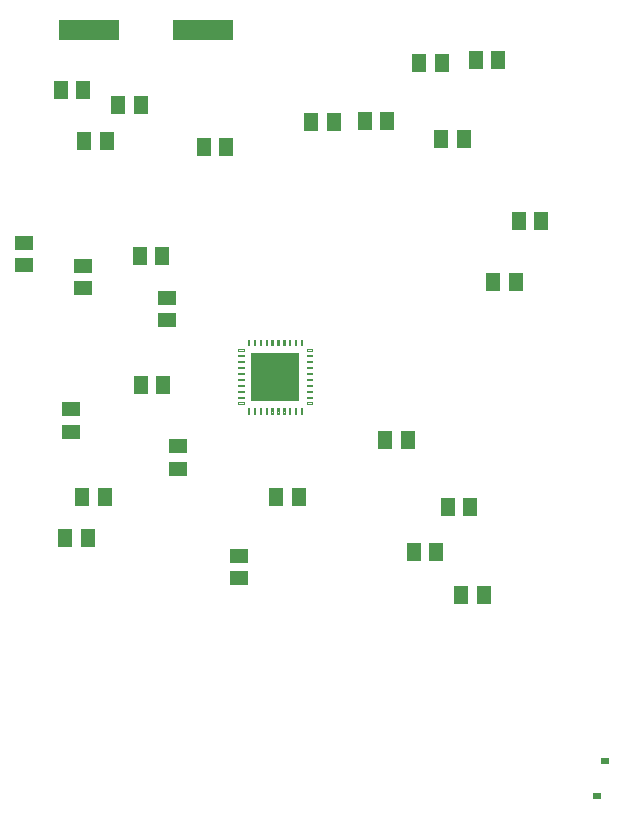
<source format=gbr>
G04 EAGLE Gerber RS-274X export*
G75*
%MOMM*%
%FSLAX34Y34*%
%LPD*%
%INSolderpaste Top*%
%IPPOS*%
%AMOC8*
5,1,8,0,0,1.08239X$1,22.5*%
G01*
%ADD10R,1.300000X1.500000*%
%ADD11R,1.500000X1.300000*%
%ADD12R,0.775000X0.625000*%
%ADD13R,5.080000X1.778000*%
%ADD14R,1.300000X1.600000*%
%ADD15R,1.600000X1.300000*%
%ADD16C,0.110000*%
%ADD17R,4.150000X4.150000*%


D10*
X500040Y660680D03*
X519040Y660680D03*
X452780Y406400D03*
X471780Y406400D03*
X196240Y358140D03*
X215240Y358140D03*
D11*
X186860Y431820D03*
X186860Y412820D03*
X276860Y400660D03*
X276860Y381660D03*
D10*
X264540Y452160D03*
X245540Y452160D03*
X244940Y561940D03*
X263940Y561940D03*
X435420Y675800D03*
X454420Y675800D03*
X500480Y725540D03*
X481480Y725540D03*
X529440Y727340D03*
X548440Y727340D03*
D12*
X631637Y104739D03*
X638387Y134489D03*
D13*
X298820Y753240D03*
X202300Y753240D03*
D14*
X318040Y653960D03*
X299040Y653960D03*
X200960Y323280D03*
X181960Y323280D03*
D15*
X196900Y534400D03*
X196900Y553400D03*
X147140Y573140D03*
X147140Y554140D03*
D14*
X216900Y659120D03*
X197900Y659120D03*
X565880Y591520D03*
X584880Y591520D03*
X544260Y540140D03*
X563260Y540140D03*
X389960Y675640D03*
X408960Y675640D03*
X177840Y702720D03*
X196840Y702720D03*
X226840Y689680D03*
X245840Y689680D03*
X524600Y349200D03*
X505600Y349200D03*
X360600Y357900D03*
X379600Y357900D03*
X476880Y311520D03*
X495880Y311520D03*
X517020Y274780D03*
X536020Y274780D03*
D15*
X268140Y526480D03*
X268140Y507480D03*
X329020Y307780D03*
X329020Y288780D03*
D16*
X328210Y476690D02*
X333110Y476690D01*
X328210Y476690D02*
X328210Y477790D01*
X333110Y477790D01*
X333110Y476690D01*
X333110Y477735D02*
X328210Y477735D01*
X328210Y471690D02*
X333110Y471690D01*
X328210Y471690D02*
X328210Y472790D01*
X333110Y472790D01*
X333110Y471690D01*
X333110Y472735D02*
X328210Y472735D01*
X328210Y466690D02*
X333110Y466690D01*
X328210Y466690D02*
X328210Y467790D01*
X333110Y467790D01*
X333110Y466690D01*
X333110Y467735D02*
X328210Y467735D01*
X328210Y461690D02*
X333110Y461690D01*
X328210Y461690D02*
X328210Y462790D01*
X333110Y462790D01*
X333110Y461690D01*
X333110Y462735D02*
X328210Y462735D01*
X328210Y456690D02*
X333110Y456690D01*
X328210Y456690D02*
X328210Y457790D01*
X333110Y457790D01*
X333110Y456690D01*
X333110Y457735D02*
X328210Y457735D01*
X328210Y451690D02*
X333110Y451690D01*
X328210Y451690D02*
X328210Y452790D01*
X333110Y452790D01*
X333110Y451690D01*
X333110Y452735D02*
X328210Y452735D01*
X328210Y446690D02*
X333110Y446690D01*
X328210Y446690D02*
X328210Y447790D01*
X333110Y447790D01*
X333110Y446690D01*
X333110Y447735D02*
X328210Y447735D01*
X328210Y441690D02*
X333110Y441690D01*
X328210Y441690D02*
X328210Y442790D01*
X333110Y442790D01*
X333110Y441690D01*
X333110Y442735D02*
X328210Y442735D01*
X328210Y436690D02*
X333110Y436690D01*
X328210Y436690D02*
X328210Y437790D01*
X333110Y437790D01*
X333110Y436690D01*
X333110Y437735D02*
X328210Y437735D01*
X337460Y432940D02*
X337460Y428040D01*
X336360Y428040D01*
X336360Y432940D01*
X337460Y432940D01*
X337460Y429085D02*
X336360Y429085D01*
X336360Y430130D02*
X337460Y430130D01*
X337460Y431175D02*
X336360Y431175D01*
X336360Y432220D02*
X337460Y432220D01*
X342460Y432940D02*
X342460Y428040D01*
X341360Y428040D01*
X341360Y432940D01*
X342460Y432940D01*
X342460Y429085D02*
X341360Y429085D01*
X341360Y430130D02*
X342460Y430130D01*
X342460Y431175D02*
X341360Y431175D01*
X341360Y432220D02*
X342460Y432220D01*
X347460Y432940D02*
X347460Y428040D01*
X346360Y428040D01*
X346360Y432940D01*
X347460Y432940D01*
X347460Y429085D02*
X346360Y429085D01*
X346360Y430130D02*
X347460Y430130D01*
X347460Y431175D02*
X346360Y431175D01*
X346360Y432220D02*
X347460Y432220D01*
X352460Y432940D02*
X352460Y428040D01*
X351360Y428040D01*
X351360Y432940D01*
X352460Y432940D01*
X352460Y429085D02*
X351360Y429085D01*
X351360Y430130D02*
X352460Y430130D01*
X352460Y431175D02*
X351360Y431175D01*
X351360Y432220D02*
X352460Y432220D01*
X357460Y432940D02*
X357460Y428040D01*
X356360Y428040D01*
X356360Y432940D01*
X357460Y432940D01*
X357460Y429085D02*
X356360Y429085D01*
X356360Y430130D02*
X357460Y430130D01*
X357460Y431175D02*
X356360Y431175D01*
X356360Y432220D02*
X357460Y432220D01*
X362460Y432940D02*
X362460Y428040D01*
X361360Y428040D01*
X361360Y432940D01*
X362460Y432940D01*
X362460Y429085D02*
X361360Y429085D01*
X361360Y430130D02*
X362460Y430130D01*
X362460Y431175D02*
X361360Y431175D01*
X361360Y432220D02*
X362460Y432220D01*
X367460Y432940D02*
X367460Y428040D01*
X366360Y428040D01*
X366360Y432940D01*
X367460Y432940D01*
X367460Y429085D02*
X366360Y429085D01*
X366360Y430130D02*
X367460Y430130D01*
X367460Y431175D02*
X366360Y431175D01*
X366360Y432220D02*
X367460Y432220D01*
X372460Y432940D02*
X372460Y428040D01*
X371360Y428040D01*
X371360Y432940D01*
X372460Y432940D01*
X372460Y429085D02*
X371360Y429085D01*
X371360Y430130D02*
X372460Y430130D01*
X372460Y431175D02*
X371360Y431175D01*
X371360Y432220D02*
X372460Y432220D01*
X377460Y432940D02*
X377460Y428040D01*
X376360Y428040D01*
X376360Y432940D01*
X377460Y432940D01*
X377460Y429085D02*
X376360Y429085D01*
X376360Y430130D02*
X377460Y430130D01*
X377460Y431175D02*
X376360Y431175D01*
X376360Y432220D02*
X377460Y432220D01*
X382460Y432940D02*
X382460Y428040D01*
X381360Y428040D01*
X381360Y432940D01*
X382460Y432940D01*
X382460Y429085D02*
X381360Y429085D01*
X381360Y430130D02*
X382460Y430130D01*
X382460Y431175D02*
X381360Y431175D01*
X381360Y432220D02*
X382460Y432220D01*
X386210Y481690D02*
X391110Y481690D01*
X386210Y481690D02*
X386210Y482790D01*
X391110Y482790D01*
X391110Y481690D01*
X391110Y482735D02*
X386210Y482735D01*
X386210Y476690D02*
X391110Y476690D01*
X386210Y476690D02*
X386210Y477790D01*
X391110Y477790D01*
X391110Y476690D01*
X391110Y477735D02*
X386210Y477735D01*
X386210Y471690D02*
X391110Y471690D01*
X386210Y471690D02*
X386210Y472790D01*
X391110Y472790D01*
X391110Y471690D01*
X391110Y472735D02*
X386210Y472735D01*
X386210Y466690D02*
X391110Y466690D01*
X386210Y466690D02*
X386210Y467790D01*
X391110Y467790D01*
X391110Y466690D01*
X391110Y467735D02*
X386210Y467735D01*
X386210Y461690D02*
X391110Y461690D01*
X386210Y461690D02*
X386210Y462790D01*
X391110Y462790D01*
X391110Y461690D01*
X391110Y462735D02*
X386210Y462735D01*
X386210Y456690D02*
X391110Y456690D01*
X386210Y456690D02*
X386210Y457790D01*
X391110Y457790D01*
X391110Y456690D01*
X391110Y457735D02*
X386210Y457735D01*
X386210Y451690D02*
X391110Y451690D01*
X386210Y451690D02*
X386210Y452790D01*
X391110Y452790D01*
X391110Y451690D01*
X391110Y452735D02*
X386210Y452735D01*
X386210Y446690D02*
X391110Y446690D01*
X386210Y446690D02*
X386210Y447790D01*
X391110Y447790D01*
X391110Y446690D01*
X391110Y447735D02*
X386210Y447735D01*
X386210Y441690D02*
X391110Y441690D01*
X386210Y441690D02*
X386210Y442790D01*
X391110Y442790D01*
X391110Y441690D01*
X391110Y442735D02*
X386210Y442735D01*
X386210Y436690D02*
X391110Y436690D01*
X386210Y436690D02*
X386210Y437790D01*
X391110Y437790D01*
X391110Y436690D01*
X391110Y437735D02*
X386210Y437735D01*
X337460Y486040D02*
X337460Y490940D01*
X337460Y486040D02*
X336360Y486040D01*
X336360Y490940D01*
X337460Y490940D01*
X337460Y487085D02*
X336360Y487085D01*
X336360Y488130D02*
X337460Y488130D01*
X337460Y489175D02*
X336360Y489175D01*
X336360Y490220D02*
X337460Y490220D01*
X342460Y490940D02*
X342460Y486040D01*
X341360Y486040D01*
X341360Y490940D01*
X342460Y490940D01*
X342460Y487085D02*
X341360Y487085D01*
X341360Y488130D02*
X342460Y488130D01*
X342460Y489175D02*
X341360Y489175D01*
X341360Y490220D02*
X342460Y490220D01*
X347460Y490940D02*
X347460Y486040D01*
X346360Y486040D01*
X346360Y490940D01*
X347460Y490940D01*
X347460Y487085D02*
X346360Y487085D01*
X346360Y488130D02*
X347460Y488130D01*
X347460Y489175D02*
X346360Y489175D01*
X346360Y490220D02*
X347460Y490220D01*
X352460Y490940D02*
X352460Y486040D01*
X351360Y486040D01*
X351360Y490940D01*
X352460Y490940D01*
X352460Y487085D02*
X351360Y487085D01*
X351360Y488130D02*
X352460Y488130D01*
X352460Y489175D02*
X351360Y489175D01*
X351360Y490220D02*
X352460Y490220D01*
X357460Y490940D02*
X357460Y486040D01*
X356360Y486040D01*
X356360Y490940D01*
X357460Y490940D01*
X357460Y487085D02*
X356360Y487085D01*
X356360Y488130D02*
X357460Y488130D01*
X357460Y489175D02*
X356360Y489175D01*
X356360Y490220D02*
X357460Y490220D01*
X362460Y490940D02*
X362460Y486040D01*
X361360Y486040D01*
X361360Y490940D01*
X362460Y490940D01*
X362460Y487085D02*
X361360Y487085D01*
X361360Y488130D02*
X362460Y488130D01*
X362460Y489175D02*
X361360Y489175D01*
X361360Y490220D02*
X362460Y490220D01*
X367460Y490940D02*
X367460Y486040D01*
X366360Y486040D01*
X366360Y490940D01*
X367460Y490940D01*
X367460Y487085D02*
X366360Y487085D01*
X366360Y488130D02*
X367460Y488130D01*
X367460Y489175D02*
X366360Y489175D01*
X366360Y490220D02*
X367460Y490220D01*
X372460Y490940D02*
X372460Y486040D01*
X371360Y486040D01*
X371360Y490940D01*
X372460Y490940D01*
X372460Y487085D02*
X371360Y487085D01*
X371360Y488130D02*
X372460Y488130D01*
X372460Y489175D02*
X371360Y489175D01*
X371360Y490220D02*
X372460Y490220D01*
X377460Y490940D02*
X377460Y486040D01*
X376360Y486040D01*
X376360Y490940D01*
X377460Y490940D01*
X377460Y487085D02*
X376360Y487085D01*
X376360Y488130D02*
X377460Y488130D01*
X377460Y489175D02*
X376360Y489175D01*
X376360Y490220D02*
X377460Y490220D01*
X382460Y490940D02*
X382460Y486040D01*
X381360Y486040D01*
X381360Y490940D01*
X382460Y490940D01*
X382460Y487085D02*
X381360Y487085D01*
X381360Y488130D02*
X382460Y488130D01*
X382460Y489175D02*
X381360Y489175D01*
X381360Y490220D02*
X382460Y490220D01*
X333110Y481690D02*
X328210Y481690D01*
X328210Y482790D01*
X333110Y482790D01*
X333110Y481690D01*
X333110Y482735D02*
X328210Y482735D01*
D17*
X359410Y459740D03*
M02*

</source>
